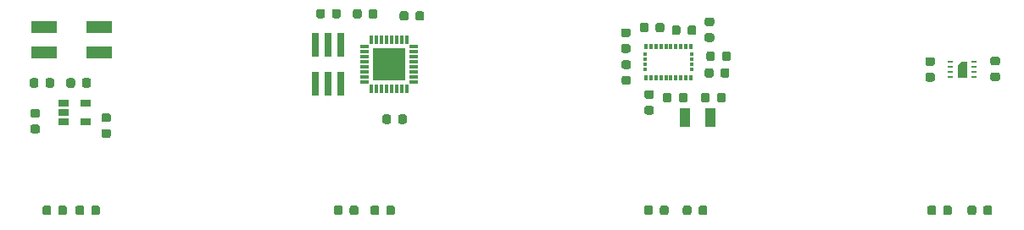
<source format=gtp>
G04 #@! TF.GenerationSoftware,KiCad,Pcbnew,(5.99.0-2415-gbbdd3fce7)*
G04 #@! TF.CreationDate,2020-08-31T16:00:49-07:00*
G04 #@! TF.ProjectId,VineHoop_Islands,56696e65-486f-46f7-905f-49736c616e64,rev?*
G04 #@! TF.SameCoordinates,Original*
G04 #@! TF.FileFunction,Paste,Top*
G04 #@! TF.FilePolarity,Positive*
%FSLAX46Y46*%
G04 Gerber Fmt 4.6, Leading zero omitted, Abs format (unit mm)*
G04 Created by KiCad (PCBNEW (5.99.0-2415-gbbdd3fce7)) date 2020-08-31 16:00:49*
%MOMM*%
%LPD*%
G01*
G04 APERTURE LIST*
%ADD10C,0.010000*%
%ADD11R,0.812800X0.304800*%
%ADD12R,0.304800X0.812800*%
%ADD13R,3.251200X3.251200*%
%ADD14R,0.550000X0.250000*%
%ADD15R,0.300000X0.525000*%
%ADD16R,0.425000X0.300000*%
%ADD17R,1.060000X0.650000*%
%ADD18R,2.540000X1.270000*%
%ADD19R,0.760000X2.400000*%
%ADD20R,1.100000X1.900000*%
G04 APERTURE END LIST*
G36*
X219375000Y-58575000D02*
G01*
X218575000Y-58575000D01*
X218575000Y-57375000D01*
X218875000Y-57075000D01*
X219375000Y-57075000D01*
X219375000Y-58575000D01*
G37*
D10*
X219375000Y-58575000D02*
X218575000Y-58575000D01*
X218575000Y-57375000D01*
X218875000Y-57075000D01*
X219375000Y-57075000D01*
X219375000Y-58575000D01*
G36*
G01*
X192910000Y-60936250D02*
X192910000Y-60423750D01*
G75*
G02*
X193128750Y-60205000I218750J0D01*
G01*
X193566250Y-60205000D01*
G75*
G02*
X193785000Y-60423750I0J-218750D01*
G01*
X193785000Y-60936250D01*
G75*
G02*
X193566250Y-61155000I-218750J0D01*
G01*
X193128750Y-61155000D01*
G75*
G02*
X192910000Y-60936250I0J218750D01*
G01*
G37*
G36*
G01*
X194485000Y-60936250D02*
X194485000Y-60423750D01*
G75*
G02*
X194703750Y-60205000I218750J0D01*
G01*
X195141250Y-60205000D01*
G75*
G02*
X195360000Y-60423750I0J-218750D01*
G01*
X195360000Y-60936250D01*
G75*
G02*
X195141250Y-61155000I-218750J0D01*
G01*
X194703750Y-61155000D01*
G75*
G02*
X194485000Y-60936250I0J218750D01*
G01*
G37*
G36*
G01*
X191550000Y-60423750D02*
X191550000Y-60936250D01*
G75*
G02*
X191331250Y-61155000I-218750J0D01*
G01*
X190893750Y-61155000D01*
G75*
G02*
X190675000Y-60936250I0J218750D01*
G01*
X190675000Y-60423750D01*
G75*
G02*
X190893750Y-60205000I218750J0D01*
G01*
X191331250Y-60205000D01*
G75*
G02*
X191550000Y-60423750I0J-218750D01*
G01*
G37*
G36*
G01*
X189975000Y-60423750D02*
X189975000Y-60936250D01*
G75*
G02*
X189756250Y-61155000I-218750J0D01*
G01*
X189318750Y-61155000D01*
G75*
G02*
X189100000Y-60936250I0J218750D01*
G01*
X189100000Y-60423750D01*
G75*
G02*
X189318750Y-60205000I218750J0D01*
G01*
X189756250Y-60205000D01*
G75*
G02*
X189975000Y-60423750I0J-218750D01*
G01*
G37*
G36*
G01*
X162802000Y-52749250D02*
X162802000Y-52236750D01*
G75*
G02*
X163020750Y-52018000I218750J0D01*
G01*
X163458250Y-52018000D01*
G75*
G02*
X163677000Y-52236750I0J-218750D01*
G01*
X163677000Y-52749250D01*
G75*
G02*
X163458250Y-52968000I-218750J0D01*
G01*
X163020750Y-52968000D01*
G75*
G02*
X162802000Y-52749250I0J218750D01*
G01*
G37*
G36*
G01*
X164377000Y-52749250D02*
X164377000Y-52236750D01*
G75*
G02*
X164595750Y-52018000I218750J0D01*
G01*
X165033250Y-52018000D01*
G75*
G02*
X165252000Y-52236750I0J-218750D01*
G01*
X165252000Y-52749250D01*
G75*
G02*
X165033250Y-52968000I-218750J0D01*
G01*
X164595750Y-52968000D01*
G75*
G02*
X164377000Y-52749250I0J218750D01*
G01*
G37*
G36*
G01*
X193425800Y-56780150D02*
X193425800Y-56267650D01*
G75*
G02*
X193644550Y-56048900I218750J0D01*
G01*
X194082050Y-56048900D01*
G75*
G02*
X194300800Y-56267650I0J-218750D01*
G01*
X194300800Y-56780150D01*
G75*
G02*
X194082050Y-56998900I-218750J0D01*
G01*
X193644550Y-56998900D01*
G75*
G02*
X193425800Y-56780150I0J218750D01*
G01*
G37*
G36*
G01*
X195000800Y-56780150D02*
X195000800Y-56267650D01*
G75*
G02*
X195219550Y-56048900I218750J0D01*
G01*
X195657050Y-56048900D01*
G75*
G02*
X195875800Y-56267650I0J-218750D01*
G01*
X195875800Y-56780150D01*
G75*
G02*
X195657050Y-56998900I-218750J0D01*
G01*
X195219550Y-56998900D01*
G75*
G02*
X195000800Y-56780150I0J218750D01*
G01*
G37*
G36*
G01*
X185646450Y-56188600D02*
X185133950Y-56188600D01*
G75*
G02*
X184915200Y-55969850I0J218750D01*
G01*
X184915200Y-55532350D01*
G75*
G02*
X185133950Y-55313600I218750J0D01*
G01*
X185646450Y-55313600D01*
G75*
G02*
X185865200Y-55532350I0J-218750D01*
G01*
X185865200Y-55969850D01*
G75*
G02*
X185646450Y-56188600I-218750J0D01*
G01*
G37*
G36*
G01*
X185646450Y-54613600D02*
X185133950Y-54613600D01*
G75*
G02*
X184915200Y-54394850I0J218750D01*
G01*
X184915200Y-53957350D01*
G75*
G02*
X185133950Y-53738600I218750J0D01*
G01*
X185646450Y-53738600D01*
G75*
G02*
X185865200Y-53957350I0J-218750D01*
G01*
X185865200Y-54394850D01*
G75*
G02*
X185646450Y-54613600I-218750J0D01*
G01*
G37*
G36*
G01*
X222544850Y-59027700D02*
X222032350Y-59027700D01*
G75*
G02*
X221813600Y-58808950I0J218750D01*
G01*
X221813600Y-58371450D01*
G75*
G02*
X222032350Y-58152700I218750J0D01*
G01*
X222544850Y-58152700D01*
G75*
G02*
X222763600Y-58371450I0J-218750D01*
G01*
X222763600Y-58808950D01*
G75*
G02*
X222544850Y-59027700I-218750J0D01*
G01*
G37*
G36*
G01*
X222544850Y-57452700D02*
X222032350Y-57452700D01*
G75*
G02*
X221813600Y-57233950I0J218750D01*
G01*
X221813600Y-56796450D01*
G75*
G02*
X222032350Y-56577700I218750J0D01*
G01*
X222544850Y-56577700D01*
G75*
G02*
X222763600Y-56796450I0J-218750D01*
G01*
X222763600Y-57233950D01*
G75*
G02*
X222544850Y-57452700I-218750J0D01*
G01*
G37*
D11*
X164230300Y-59071600D03*
X164230300Y-58563600D03*
X164230300Y-58081000D03*
X164230300Y-57573000D03*
X164230300Y-57065000D03*
X164230300Y-56557000D03*
X164230300Y-56074400D03*
X164230300Y-55566400D03*
D12*
X163519100Y-54855200D03*
X163011100Y-54855200D03*
X162528500Y-54855200D03*
X162020500Y-54855200D03*
X161512500Y-54855200D03*
X161004500Y-54855200D03*
X160521900Y-54855200D03*
X160013900Y-54855200D03*
D11*
X159302700Y-55566400D03*
X159302700Y-56074400D03*
X159302700Y-56557000D03*
X159302700Y-57065000D03*
X159302700Y-57573000D03*
X159302700Y-58081000D03*
X159302700Y-58563600D03*
X159302700Y-59071600D03*
D12*
X160013900Y-59782800D03*
X160521900Y-59782800D03*
X161004500Y-59782800D03*
X161512500Y-59782800D03*
X162020500Y-59782800D03*
X162528500Y-59782800D03*
X163011100Y-59782800D03*
X163519100Y-59782800D03*
D13*
X161766500Y-57319000D03*
D14*
X217800000Y-57075000D03*
X217800000Y-57575000D03*
X217800000Y-58075000D03*
X217800000Y-58575000D03*
X220150000Y-58575000D03*
X220150000Y-58075000D03*
X220150000Y-57575000D03*
X220150000Y-57075000D03*
D15*
X191900000Y-58662500D03*
D16*
X191962500Y-57850000D03*
X191962500Y-57350000D03*
X191962500Y-56850000D03*
X191962500Y-56350000D03*
D15*
X191900000Y-55537500D03*
X191400000Y-55537500D03*
X190900000Y-55537500D03*
X190400000Y-55537500D03*
X189900000Y-55537500D03*
X189400000Y-55537500D03*
X188900000Y-55537500D03*
X188400000Y-55537500D03*
X187900000Y-55537500D03*
X187400000Y-55537500D03*
D16*
X187337500Y-56350000D03*
X187337500Y-56850000D03*
X187337500Y-57350000D03*
X187337500Y-57850000D03*
D15*
X187400000Y-58662500D03*
X187900000Y-58662500D03*
X188400000Y-58662500D03*
X188900000Y-58662500D03*
X189400000Y-58662500D03*
X189900000Y-58662500D03*
X190400000Y-58662500D03*
X190900000Y-58662500D03*
X191400000Y-58662500D03*
G36*
G01*
X187464750Y-59921500D02*
X187977250Y-59921500D01*
G75*
G02*
X188196000Y-60140250I0J-218750D01*
G01*
X188196000Y-60577750D01*
G75*
G02*
X187977250Y-60796500I-218750J0D01*
G01*
X187464750Y-60796500D01*
G75*
G02*
X187246000Y-60577750I0J218750D01*
G01*
X187246000Y-60140250D01*
G75*
G02*
X187464750Y-59921500I218750J0D01*
G01*
G37*
G36*
G01*
X187464750Y-61496500D02*
X187977250Y-61496500D01*
G75*
G02*
X188196000Y-61715250I0J-218750D01*
G01*
X188196000Y-62152750D01*
G75*
G02*
X187977250Y-62371500I-218750J0D01*
G01*
X187464750Y-62371500D01*
G75*
G02*
X187246000Y-62152750I0J218750D01*
G01*
X187246000Y-61715250D01*
G75*
G02*
X187464750Y-61496500I218750J0D01*
G01*
G37*
G36*
G01*
X161075000Y-63081250D02*
X161075000Y-62568750D01*
G75*
G02*
X161293750Y-62350000I218750J0D01*
G01*
X161731250Y-62350000D01*
G75*
G02*
X161950000Y-62568750I0J-218750D01*
G01*
X161950000Y-63081250D01*
G75*
G02*
X161731250Y-63300000I-218750J0D01*
G01*
X161293750Y-63300000D01*
G75*
G02*
X161075000Y-63081250I0J218750D01*
G01*
G37*
G36*
G01*
X162650000Y-63081250D02*
X162650000Y-62568750D01*
G75*
G02*
X162868750Y-62350000I218750J0D01*
G01*
X163306250Y-62350000D01*
G75*
G02*
X163525000Y-62568750I0J-218750D01*
G01*
X163525000Y-63081250D01*
G75*
G02*
X163306250Y-63300000I-218750J0D01*
G01*
X162868750Y-63300000D01*
G75*
G02*
X162650000Y-63081250I0J218750D01*
G01*
G37*
G36*
G01*
X216044850Y-59065200D02*
X215532350Y-59065200D01*
G75*
G02*
X215313600Y-58846450I0J218750D01*
G01*
X215313600Y-58408950D01*
G75*
G02*
X215532350Y-58190200I218750J0D01*
G01*
X216044850Y-58190200D01*
G75*
G02*
X216263600Y-58408950I0J-218750D01*
G01*
X216263600Y-58846450D01*
G75*
G02*
X216044850Y-59065200I-218750J0D01*
G01*
G37*
G36*
G01*
X216044850Y-57490200D02*
X215532350Y-57490200D01*
G75*
G02*
X215313600Y-57271450I0J218750D01*
G01*
X215313600Y-56833950D01*
G75*
G02*
X215532350Y-56615200I218750J0D01*
G01*
X216044850Y-56615200D01*
G75*
G02*
X216263600Y-56833950I0J-218750D01*
G01*
X216263600Y-57271450D01*
G75*
G02*
X216044850Y-57490200I-218750J0D01*
G01*
G37*
G36*
G01*
X189240000Y-53398750D02*
X189240000Y-53911250D01*
G75*
G02*
X189021250Y-54130000I-218750J0D01*
G01*
X188583750Y-54130000D01*
G75*
G02*
X188365000Y-53911250I0J218750D01*
G01*
X188365000Y-53398750D01*
G75*
G02*
X188583750Y-53180000I218750J0D01*
G01*
X189021250Y-53180000D01*
G75*
G02*
X189240000Y-53398750I0J-218750D01*
G01*
G37*
G36*
G01*
X187665000Y-53398750D02*
X187665000Y-53911250D01*
G75*
G02*
X187446250Y-54130000I-218750J0D01*
G01*
X187008750Y-54130000D01*
G75*
G02*
X186790000Y-53911250I0J218750D01*
G01*
X186790000Y-53398750D01*
G75*
G02*
X187008750Y-53180000I218750J0D01*
G01*
X187446250Y-53180000D01*
G75*
G02*
X187665000Y-53398750I0J-218750D01*
G01*
G37*
G36*
G01*
X194001250Y-55097500D02*
X193488750Y-55097500D01*
G75*
G02*
X193270000Y-54878750I0J218750D01*
G01*
X193270000Y-54441250D01*
G75*
G02*
X193488750Y-54222500I218750J0D01*
G01*
X194001250Y-54222500D01*
G75*
G02*
X194220000Y-54441250I0J-218750D01*
G01*
X194220000Y-54878750D01*
G75*
G02*
X194001250Y-55097500I-218750J0D01*
G01*
G37*
G36*
G01*
X194001250Y-53522500D02*
X193488750Y-53522500D01*
G75*
G02*
X193270000Y-53303750I0J218750D01*
G01*
X193270000Y-52866250D01*
G75*
G02*
X193488750Y-52647500I218750J0D01*
G01*
X194001250Y-52647500D01*
G75*
G02*
X194220000Y-52866250I0J-218750D01*
G01*
X194220000Y-53303750D01*
G75*
G02*
X194001250Y-53522500I-218750J0D01*
G01*
G37*
G36*
G01*
X189986500Y-54170250D02*
X189986500Y-53657750D01*
G75*
G02*
X190205250Y-53439000I218750J0D01*
G01*
X190642750Y-53439000D01*
G75*
G02*
X190861500Y-53657750I0J-218750D01*
G01*
X190861500Y-54170250D01*
G75*
G02*
X190642750Y-54389000I-218750J0D01*
G01*
X190205250Y-54389000D01*
G75*
G02*
X189986500Y-54170250I0J218750D01*
G01*
G37*
G36*
G01*
X191561500Y-54170250D02*
X191561500Y-53657750D01*
G75*
G02*
X191780250Y-53439000I218750J0D01*
G01*
X192217750Y-53439000D01*
G75*
G02*
X192436500Y-53657750I0J-218750D01*
G01*
X192436500Y-54170250D01*
G75*
G02*
X192217750Y-54389000I-218750J0D01*
G01*
X191780250Y-54389000D01*
G75*
G02*
X191561500Y-54170250I0J218750D01*
G01*
G37*
G36*
G01*
X185178750Y-56924500D02*
X185691250Y-56924500D01*
G75*
G02*
X185910000Y-57143250I0J-218750D01*
G01*
X185910000Y-57580750D01*
G75*
G02*
X185691250Y-57799500I-218750J0D01*
G01*
X185178750Y-57799500D01*
G75*
G02*
X184960000Y-57580750I0J218750D01*
G01*
X184960000Y-57143250D01*
G75*
G02*
X185178750Y-56924500I218750J0D01*
G01*
G37*
G36*
G01*
X185178750Y-58499500D02*
X185691250Y-58499500D01*
G75*
G02*
X185910000Y-58718250I0J-218750D01*
G01*
X185910000Y-59155750D01*
G75*
G02*
X185691250Y-59374500I-218750J0D01*
G01*
X185178750Y-59374500D01*
G75*
G02*
X184960000Y-59155750I0J218750D01*
G01*
X184960000Y-58718250D01*
G75*
G02*
X185178750Y-58499500I218750J0D01*
G01*
G37*
G36*
G01*
X133243750Y-62245803D02*
X133756250Y-62245803D01*
G75*
G02*
X133975000Y-62464553I0J-218750D01*
G01*
X133975000Y-62902053D01*
G75*
G02*
X133756250Y-63120803I-218750J0D01*
G01*
X133243750Y-63120803D01*
G75*
G02*
X133025000Y-62902053I0J218750D01*
G01*
X133025000Y-62464553D01*
G75*
G02*
X133243750Y-62245803I218750J0D01*
G01*
G37*
G36*
G01*
X133243750Y-63820803D02*
X133756250Y-63820803D01*
G75*
G02*
X133975000Y-64039553I0J-218750D01*
G01*
X133975000Y-64477053D01*
G75*
G02*
X133756250Y-64695803I-218750J0D01*
G01*
X133243750Y-64695803D01*
G75*
G02*
X133025000Y-64477053I0J218750D01*
G01*
X133025000Y-64039553D01*
G75*
G02*
X133243750Y-63820803I218750J0D01*
G01*
G37*
D17*
X129238899Y-61183303D03*
X129238899Y-62133303D03*
X129238899Y-63083303D03*
X131438899Y-63083303D03*
X131438899Y-61183303D03*
G36*
G01*
X154470600Y-52514850D02*
X154470600Y-52002350D01*
G75*
G02*
X154689350Y-51783600I218750J0D01*
G01*
X155126850Y-51783600D01*
G75*
G02*
X155345600Y-52002350I0J-218750D01*
G01*
X155345600Y-52514850D01*
G75*
G02*
X155126850Y-52733600I-218750J0D01*
G01*
X154689350Y-52733600D01*
G75*
G02*
X154470600Y-52514850I0J218750D01*
G01*
G37*
G36*
G01*
X156045600Y-52514850D02*
X156045600Y-52002350D01*
G75*
G02*
X156264350Y-51783600I218750J0D01*
G01*
X156701850Y-51783600D01*
G75*
G02*
X156920600Y-52002350I0J-218750D01*
G01*
X156920600Y-52514850D01*
G75*
G02*
X156701850Y-52733600I-218750J0D01*
G01*
X156264350Y-52733600D01*
G75*
G02*
X156045600Y-52514850I0J218750D01*
G01*
G37*
G36*
G01*
X158128500Y-52540250D02*
X158128500Y-52027750D01*
G75*
G02*
X158347250Y-51809000I218750J0D01*
G01*
X158784750Y-51809000D01*
G75*
G02*
X159003500Y-52027750I0J-218750D01*
G01*
X159003500Y-52540250D01*
G75*
G02*
X158784750Y-52759000I-218750J0D01*
G01*
X158347250Y-52759000D01*
G75*
G02*
X158128500Y-52540250I0J218750D01*
G01*
G37*
G36*
G01*
X159703500Y-52540250D02*
X159703500Y-52027750D01*
G75*
G02*
X159922250Y-51809000I218750J0D01*
G01*
X160359750Y-51809000D01*
G75*
G02*
X160578500Y-52027750I0J-218750D01*
G01*
X160578500Y-52540250D01*
G75*
G02*
X160359750Y-52759000I-218750J0D01*
G01*
X159922250Y-52759000D01*
G75*
G02*
X159703500Y-52540250I0J218750D01*
G01*
G37*
G36*
G01*
X125854900Y-59456250D02*
X125854900Y-58943750D01*
G75*
G02*
X126073650Y-58725000I218750J0D01*
G01*
X126511150Y-58725000D01*
G75*
G02*
X126729900Y-58943750I0J-218750D01*
G01*
X126729900Y-59456250D01*
G75*
G02*
X126511150Y-59675000I-218750J0D01*
G01*
X126073650Y-59675000D01*
G75*
G02*
X125854900Y-59456250I0J218750D01*
G01*
G37*
G36*
G01*
X127429900Y-59456250D02*
X127429900Y-58943750D01*
G75*
G02*
X127648650Y-58725000I218750J0D01*
G01*
X128086150Y-58725000D01*
G75*
G02*
X128304900Y-58943750I0J-218750D01*
G01*
X128304900Y-59456250D01*
G75*
G02*
X128086150Y-59675000I-218750J0D01*
G01*
X127648650Y-59675000D01*
G75*
G02*
X127429900Y-59456250I0J218750D01*
G01*
G37*
G36*
G01*
X131962500Y-58943750D02*
X131962500Y-59456250D01*
G75*
G02*
X131743750Y-59675000I-218750J0D01*
G01*
X131306250Y-59675000D01*
G75*
G02*
X131087500Y-59456250I0J218750D01*
G01*
X131087500Y-58943750D01*
G75*
G02*
X131306250Y-58725000I218750J0D01*
G01*
X131743750Y-58725000D01*
G75*
G02*
X131962500Y-58943750I0J-218750D01*
G01*
G37*
G36*
G01*
X130387500Y-58943750D02*
X130387500Y-59456250D01*
G75*
G02*
X130168750Y-59675000I-218750J0D01*
G01*
X129731250Y-59675000D01*
G75*
G02*
X129512500Y-59456250I0J218750D01*
G01*
X129512500Y-58943750D01*
G75*
G02*
X129731250Y-58725000I218750J0D01*
G01*
X130168750Y-58725000D01*
G75*
G02*
X130387500Y-58943750I0J-218750D01*
G01*
G37*
G36*
G01*
X195723300Y-57944850D02*
X195723300Y-58457350D01*
G75*
G02*
X195504550Y-58676100I-218750J0D01*
G01*
X195067050Y-58676100D01*
G75*
G02*
X194848300Y-58457350I0J218750D01*
G01*
X194848300Y-57944850D01*
G75*
G02*
X195067050Y-57726100I218750J0D01*
G01*
X195504550Y-57726100D01*
G75*
G02*
X195723300Y-57944850I0J-218750D01*
G01*
G37*
G36*
G01*
X194148300Y-57944850D02*
X194148300Y-58457350D01*
G75*
G02*
X193929550Y-58676100I-218750J0D01*
G01*
X193492050Y-58676100D01*
G75*
G02*
X193273300Y-58457350I0J218750D01*
G01*
X193273300Y-57944850D01*
G75*
G02*
X193492050Y-57726100I218750J0D01*
G01*
X193929550Y-57726100D01*
G75*
G02*
X194148300Y-57944850I0J-218750D01*
G01*
G37*
D18*
X127311101Y-53616800D03*
X132771101Y-53616800D03*
X127311101Y-56156800D03*
X132771101Y-56156800D03*
D19*
X154400500Y-59269000D03*
X154400500Y-55369000D03*
X155670500Y-59269000D03*
X155670500Y-55369000D03*
X156940500Y-59269000D03*
X156940500Y-55369000D03*
D20*
X193817000Y-62696000D03*
X191317000Y-62696000D03*
G36*
G01*
X162337500Y-71693750D02*
X162337500Y-72206250D01*
G75*
G02*
X162118750Y-72425000I-218750J0D01*
G01*
X161681250Y-72425000D01*
G75*
G02*
X161462500Y-72206250I0J218750D01*
G01*
X161462500Y-71693750D01*
G75*
G02*
X161681250Y-71475000I218750J0D01*
G01*
X162118750Y-71475000D01*
G75*
G02*
X162337500Y-71693750I0J-218750D01*
G01*
G37*
G36*
G01*
X160762500Y-71693750D02*
X160762500Y-72206250D01*
G75*
G02*
X160543750Y-72425000I-218750J0D01*
G01*
X160106250Y-72425000D01*
G75*
G02*
X159887500Y-72206250I0J218750D01*
G01*
X159887500Y-71693750D01*
G75*
G02*
X160106250Y-71475000I218750J0D01*
G01*
X160543750Y-71475000D01*
G75*
G02*
X160762500Y-71693750I0J-218750D01*
G01*
G37*
G36*
G01*
X221975000Y-71693750D02*
X221975000Y-72206250D01*
G75*
G02*
X221756250Y-72425000I-218750J0D01*
G01*
X221318750Y-72425000D01*
G75*
G02*
X221100000Y-72206250I0J218750D01*
G01*
X221100000Y-71693750D01*
G75*
G02*
X221318750Y-71475000I218750J0D01*
G01*
X221756250Y-71475000D01*
G75*
G02*
X221975000Y-71693750I0J-218750D01*
G01*
G37*
G36*
G01*
X220400000Y-71693750D02*
X220400000Y-72206250D01*
G75*
G02*
X220181250Y-72425000I-218750J0D01*
G01*
X219743750Y-72425000D01*
G75*
G02*
X219525000Y-72206250I0J218750D01*
G01*
X219525000Y-71693750D01*
G75*
G02*
X219743750Y-71475000I218750J0D01*
G01*
X220181250Y-71475000D01*
G75*
G02*
X220400000Y-71693750I0J-218750D01*
G01*
G37*
G36*
G01*
X193536000Y-71693750D02*
X193536000Y-72206250D01*
G75*
G02*
X193317250Y-72425000I-218750J0D01*
G01*
X192879750Y-72425000D01*
G75*
G02*
X192661000Y-72206250I0J218750D01*
G01*
X192661000Y-71693750D01*
G75*
G02*
X192879750Y-71475000I218750J0D01*
G01*
X193317250Y-71475000D01*
G75*
G02*
X193536000Y-71693750I0J-218750D01*
G01*
G37*
G36*
G01*
X191961000Y-71693750D02*
X191961000Y-72206250D01*
G75*
G02*
X191742250Y-72425000I-218750J0D01*
G01*
X191304750Y-72425000D01*
G75*
G02*
X191086000Y-72206250I0J218750D01*
G01*
X191086000Y-71693750D01*
G75*
G02*
X191304750Y-71475000I218750J0D01*
G01*
X191742250Y-71475000D01*
G75*
G02*
X191961000Y-71693750I0J-218750D01*
G01*
G37*
G36*
G01*
X127125000Y-72206250D02*
X127125000Y-71693750D01*
G75*
G02*
X127343750Y-71475000I218750J0D01*
G01*
X127781250Y-71475000D01*
G75*
G02*
X128000000Y-71693750I0J-218750D01*
G01*
X128000000Y-72206250D01*
G75*
G02*
X127781250Y-72425000I-218750J0D01*
G01*
X127343750Y-72425000D01*
G75*
G02*
X127125000Y-72206250I0J218750D01*
G01*
G37*
G36*
G01*
X128700000Y-72206250D02*
X128700000Y-71693750D01*
G75*
G02*
X128918750Y-71475000I218750J0D01*
G01*
X129356250Y-71475000D01*
G75*
G02*
X129575000Y-71693750I0J-218750D01*
G01*
X129575000Y-72206250D01*
G75*
G02*
X129356250Y-72425000I-218750J0D01*
G01*
X128918750Y-72425000D01*
G75*
G02*
X128700000Y-72206250I0J218750D01*
G01*
G37*
G36*
G01*
X215515000Y-72206250D02*
X215515000Y-71693750D01*
G75*
G02*
X215733750Y-71475000I218750J0D01*
G01*
X216171250Y-71475000D01*
G75*
G02*
X216390000Y-71693750I0J-218750D01*
G01*
X216390000Y-72206250D01*
G75*
G02*
X216171250Y-72425000I-218750J0D01*
G01*
X215733750Y-72425000D01*
G75*
G02*
X215515000Y-72206250I0J218750D01*
G01*
G37*
G36*
G01*
X217090000Y-72206250D02*
X217090000Y-71693750D01*
G75*
G02*
X217308750Y-71475000I218750J0D01*
G01*
X217746250Y-71475000D01*
G75*
G02*
X217965000Y-71693750I0J-218750D01*
G01*
X217965000Y-72206250D01*
G75*
G02*
X217746250Y-72425000I-218750J0D01*
G01*
X217308750Y-72425000D01*
G75*
G02*
X217090000Y-72206250I0J218750D01*
G01*
G37*
G36*
G01*
X132875000Y-71693750D02*
X132875000Y-72206250D01*
G75*
G02*
X132656250Y-72425000I-218750J0D01*
G01*
X132218750Y-72425000D01*
G75*
G02*
X132000000Y-72206250I0J218750D01*
G01*
X132000000Y-71693750D01*
G75*
G02*
X132218750Y-71475000I218750J0D01*
G01*
X132656250Y-71475000D01*
G75*
G02*
X132875000Y-71693750I0J-218750D01*
G01*
G37*
G36*
G01*
X131300000Y-71693750D02*
X131300000Y-72206250D01*
G75*
G02*
X131081250Y-72425000I-218750J0D01*
G01*
X130643750Y-72425000D01*
G75*
G02*
X130425000Y-72206250I0J218750D01*
G01*
X130425000Y-71693750D01*
G75*
G02*
X130643750Y-71475000I218750J0D01*
G01*
X131081250Y-71475000D01*
G75*
G02*
X131300000Y-71693750I0J-218750D01*
G01*
G37*
G36*
G01*
X156237500Y-72206250D02*
X156237500Y-71693750D01*
G75*
G02*
X156456250Y-71475000I218750J0D01*
G01*
X156893750Y-71475000D01*
G75*
G02*
X157112500Y-71693750I0J-218750D01*
G01*
X157112500Y-72206250D01*
G75*
G02*
X156893750Y-72425000I-218750J0D01*
G01*
X156456250Y-72425000D01*
G75*
G02*
X156237500Y-72206250I0J218750D01*
G01*
G37*
G36*
G01*
X157812500Y-72206250D02*
X157812500Y-71693750D01*
G75*
G02*
X158031250Y-71475000I218750J0D01*
G01*
X158468750Y-71475000D01*
G75*
G02*
X158687500Y-71693750I0J-218750D01*
G01*
X158687500Y-72206250D01*
G75*
G02*
X158468750Y-72425000I-218750J0D01*
G01*
X158031250Y-72425000D01*
G75*
G02*
X157812500Y-72206250I0J218750D01*
G01*
G37*
G36*
G01*
X187225000Y-72206250D02*
X187225000Y-71693750D01*
G75*
G02*
X187443750Y-71475000I218750J0D01*
G01*
X187881250Y-71475000D01*
G75*
G02*
X188100000Y-71693750I0J-218750D01*
G01*
X188100000Y-72206250D01*
G75*
G02*
X187881250Y-72425000I-218750J0D01*
G01*
X187443750Y-72425000D01*
G75*
G02*
X187225000Y-72206250I0J218750D01*
G01*
G37*
G36*
G01*
X188800000Y-72206250D02*
X188800000Y-71693750D01*
G75*
G02*
X189018750Y-71475000I218750J0D01*
G01*
X189456250Y-71475000D01*
G75*
G02*
X189675000Y-71693750I0J-218750D01*
G01*
X189675000Y-72206250D01*
G75*
G02*
X189456250Y-72425000I-218750J0D01*
G01*
X189018750Y-72425000D01*
G75*
G02*
X188800000Y-72206250I0J218750D01*
G01*
G37*
G36*
G01*
X126143750Y-61795803D02*
X126656250Y-61795803D01*
G75*
G02*
X126875000Y-62014553I0J-218750D01*
G01*
X126875000Y-62452053D01*
G75*
G02*
X126656250Y-62670803I-218750J0D01*
G01*
X126143750Y-62670803D01*
G75*
G02*
X125925000Y-62452053I0J218750D01*
G01*
X125925000Y-62014553D01*
G75*
G02*
X126143750Y-61795803I218750J0D01*
G01*
G37*
G36*
G01*
X126143750Y-63370803D02*
X126656250Y-63370803D01*
G75*
G02*
X126875000Y-63589553I0J-218750D01*
G01*
X126875000Y-64027053D01*
G75*
G02*
X126656250Y-64245803I-218750J0D01*
G01*
X126143750Y-64245803D01*
G75*
G02*
X125925000Y-64027053I0J218750D01*
G01*
X125925000Y-63589553D01*
G75*
G02*
X126143750Y-63370803I218750J0D01*
G01*
G37*
M02*

</source>
